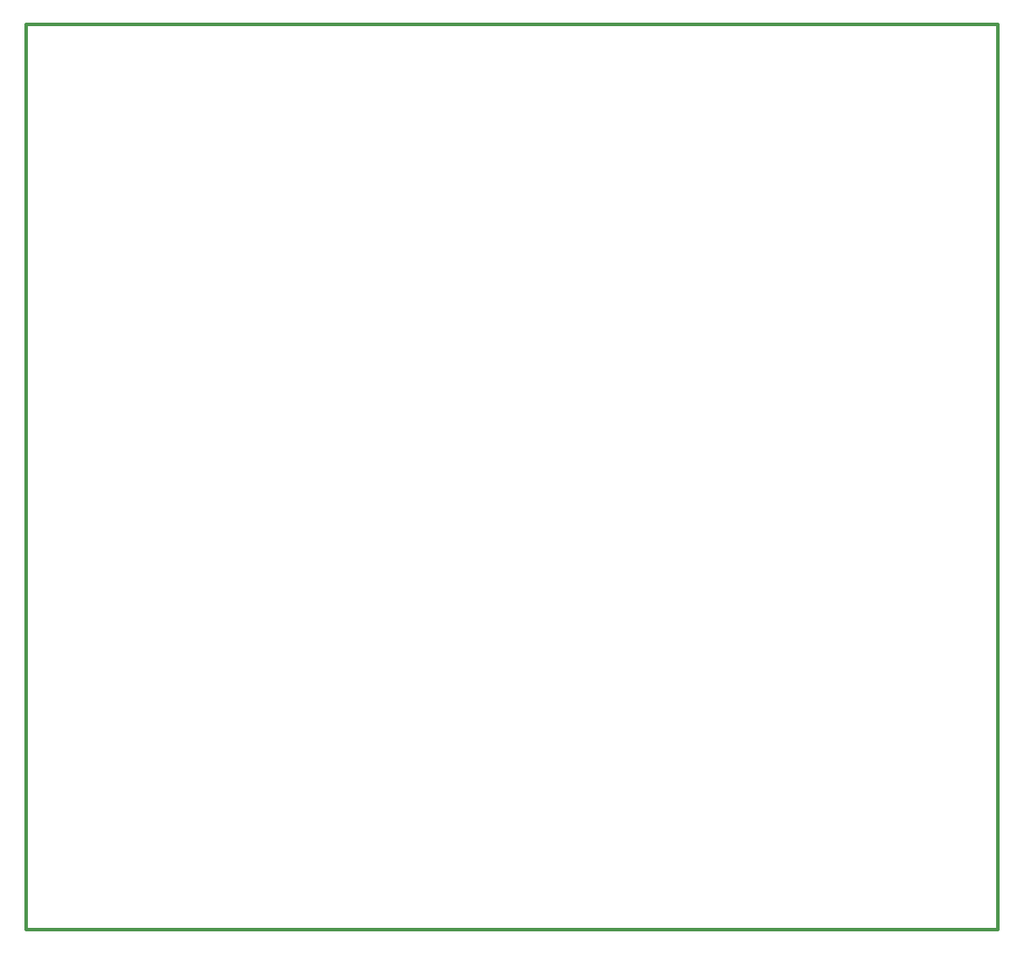
<source format=gko>
G04 Layer: BoardOutlineLayer*
G04 EasyEDA v6.5.50, 2025-05-11 21:30:58*
G04 57ce2a779753491496e961f97abc4982,bfcb7ea688f34dc99dffbe5811d057cf,10*
G04 Gerber Generator version 0.2*
G04 Scale: 100 percent, Rotated: No, Reflected: No *
G04 Dimensions in millimeters *
G04 leading zeros omitted , absolute positions ,4 integer and 5 decimal *
%FSLAX45Y45*%
%MOMM*%

%ADD10C,0.3000*%
%ADD11C,0.0146*%
D10*
X500098Y8800081D02*
G01*
X9944079Y8800081D01*
X9944079Y0D01*
X500098Y0D01*
X500098Y8800081D01*

%LPD*%
M02*

</source>
